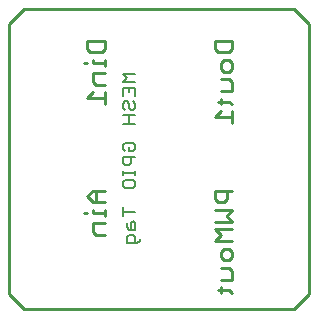
<source format=gbo>
G75*
%MOIN*%
%OFA0B0*%
%FSLAX25Y25*%
%IPPOS*%
%LPD*%
%AMOC8*
5,1,8,0,0,1.08239X$1,22.5*
%
%ADD10C,0.01000*%
%ADD11C,0.01100*%
%ADD12C,0.00800*%
D10*
X0003000Y0006500D02*
X0008000Y0001500D01*
X0098000Y0001500D01*
X0103000Y0006500D01*
X0103000Y0096500D01*
X0098000Y0101500D01*
X0008000Y0101500D01*
X0003000Y0096500D01*
X0003000Y0006500D01*
D11*
X0028061Y0033520D02*
X0029045Y0033520D01*
X0031013Y0033520D02*
X0034950Y0033520D01*
X0034950Y0032536D02*
X0034950Y0034505D01*
X0034950Y0037013D02*
X0031013Y0037013D01*
X0029045Y0038982D01*
X0031013Y0040950D01*
X0034950Y0040950D01*
X0031997Y0040950D02*
X0031997Y0037013D01*
X0031013Y0034505D02*
X0031013Y0033520D01*
X0031013Y0030208D02*
X0031013Y0027255D01*
X0031997Y0026271D01*
X0034950Y0026271D01*
X0034950Y0030208D02*
X0031013Y0030208D01*
X0034950Y0069825D02*
X0034950Y0073762D01*
X0034950Y0071794D02*
X0029045Y0071794D01*
X0031013Y0073762D01*
X0031997Y0076271D02*
X0034950Y0076271D01*
X0031997Y0076271D02*
X0031013Y0077255D01*
X0031013Y0080208D01*
X0034950Y0080208D01*
X0034950Y0082536D02*
X0034950Y0084505D01*
X0034950Y0083520D02*
X0031013Y0083520D01*
X0031013Y0084505D01*
X0029045Y0083520D02*
X0028061Y0083520D01*
X0030029Y0087013D02*
X0029045Y0087997D01*
X0029045Y0090950D01*
X0034950Y0090950D01*
X0034950Y0087997D01*
X0033966Y0087013D01*
X0030029Y0087013D01*
X0071545Y0087997D02*
X0071545Y0090950D01*
X0077450Y0090950D01*
X0077450Y0087997D01*
X0076466Y0087013D01*
X0072529Y0087013D01*
X0071545Y0087997D01*
X0074497Y0084505D02*
X0076466Y0084505D01*
X0077450Y0083520D01*
X0077450Y0081552D01*
X0076466Y0080568D01*
X0074497Y0080568D01*
X0073513Y0081552D01*
X0073513Y0083520D01*
X0074497Y0084505D01*
X0073513Y0078059D02*
X0076466Y0078059D01*
X0077450Y0077075D01*
X0077450Y0074122D01*
X0073513Y0074122D01*
X0073513Y0071614D02*
X0073513Y0069645D01*
X0072529Y0070629D02*
X0076466Y0070629D01*
X0077450Y0069645D01*
X0077450Y0067317D02*
X0077450Y0063380D01*
X0077450Y0065348D02*
X0071545Y0065348D01*
X0073513Y0067317D01*
X0071545Y0040950D02*
X0071545Y0037997D01*
X0072529Y0037013D01*
X0074497Y0037013D01*
X0075482Y0037997D01*
X0075482Y0040950D01*
X0077450Y0040950D02*
X0071545Y0040950D01*
X0071545Y0034505D02*
X0077450Y0034505D01*
X0075482Y0032536D01*
X0077450Y0030568D01*
X0071545Y0030568D01*
X0071545Y0028059D02*
X0073513Y0026091D01*
X0071545Y0024122D01*
X0077450Y0024122D01*
X0076466Y0021614D02*
X0074497Y0021614D01*
X0073513Y0020629D01*
X0073513Y0018661D01*
X0074497Y0017677D01*
X0076466Y0017677D01*
X0077450Y0018661D01*
X0077450Y0020629D01*
X0076466Y0021614D01*
X0076466Y0015168D02*
X0073513Y0015168D01*
X0076466Y0015168D02*
X0077450Y0014184D01*
X0077450Y0011231D01*
X0073513Y0011231D01*
X0073513Y0008723D02*
X0073513Y0006754D01*
X0072529Y0007738D02*
X0076466Y0007738D01*
X0077450Y0006754D01*
X0077450Y0028059D02*
X0071545Y0028059D01*
D12*
X0046501Y0024736D02*
X0046501Y0024036D01*
X0045801Y0023335D01*
X0042298Y0023335D01*
X0042298Y0025437D01*
X0042998Y0026138D01*
X0044399Y0026138D01*
X0045100Y0025437D01*
X0045100Y0023335D01*
X0045100Y0027939D02*
X0042998Y0027939D01*
X0042298Y0028640D01*
X0042298Y0030041D01*
X0043699Y0030041D02*
X0043699Y0027939D01*
X0045100Y0027939D02*
X0045100Y0030041D01*
X0044399Y0030741D01*
X0043699Y0030041D01*
X0040896Y0032543D02*
X0040896Y0035345D01*
X0040896Y0033944D02*
X0045100Y0033944D01*
X0044399Y0041751D02*
X0041597Y0041751D01*
X0040896Y0042451D01*
X0040896Y0043853D01*
X0041597Y0044553D01*
X0044399Y0044553D01*
X0045100Y0043853D01*
X0045100Y0042451D01*
X0044399Y0041751D01*
X0045100Y0046221D02*
X0045100Y0047623D01*
X0045100Y0046922D02*
X0040896Y0046922D01*
X0040896Y0047623D02*
X0040896Y0046221D01*
X0041597Y0049424D02*
X0042998Y0049424D01*
X0043699Y0050125D01*
X0043699Y0052226D01*
X0045100Y0052226D02*
X0040896Y0052226D01*
X0040896Y0050125D01*
X0041597Y0049424D01*
X0041597Y0054028D02*
X0040896Y0054729D01*
X0040896Y0056130D01*
X0041597Y0056830D01*
X0044399Y0056830D01*
X0045100Y0056130D01*
X0045100Y0054729D01*
X0044399Y0054028D01*
X0042998Y0054028D01*
X0042998Y0055429D01*
X0042998Y0063236D02*
X0042998Y0066038D01*
X0043699Y0067840D02*
X0044399Y0067840D01*
X0045100Y0068540D01*
X0045100Y0069942D01*
X0044399Y0070642D01*
X0042998Y0069942D02*
X0042998Y0068540D01*
X0043699Y0067840D01*
X0045100Y0066038D02*
X0040896Y0066038D01*
X0041597Y0067840D02*
X0040896Y0068540D01*
X0040896Y0069942D01*
X0041597Y0070642D01*
X0042298Y0070642D01*
X0042998Y0069942D01*
X0040896Y0072444D02*
X0040896Y0075246D01*
X0045100Y0075246D01*
X0045100Y0072444D01*
X0042998Y0073845D02*
X0042998Y0075246D01*
X0040896Y0077048D02*
X0045100Y0077048D01*
X0045100Y0079850D02*
X0040896Y0079850D01*
X0042298Y0078449D01*
X0040896Y0077048D01*
X0040896Y0063236D02*
X0045100Y0063236D01*
M02*

</source>
